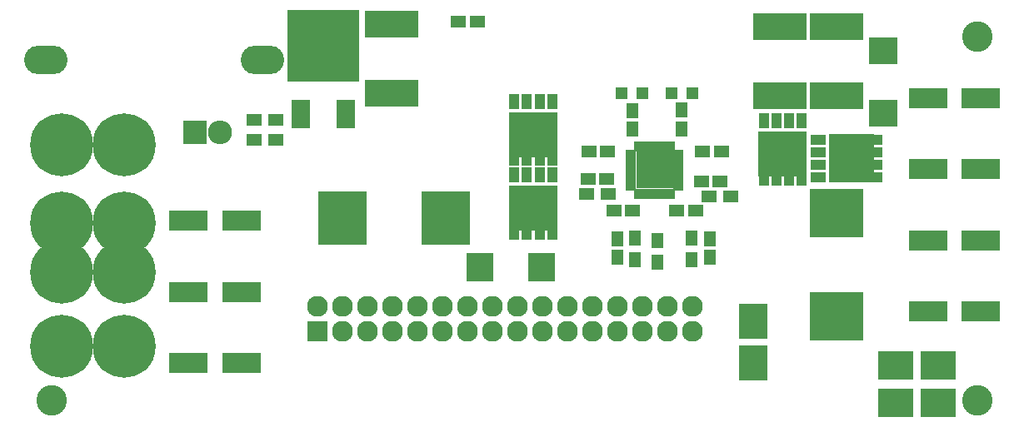
<source format=gbr>
G04 #@! TF.FileFunction,Soldermask,Top*
%FSLAX46Y46*%
G04 Gerber Fmt 4.6, Leading zero omitted, Abs format (unit mm)*
G04 Created by KiCad (PCBNEW 4.0.5+dfsg1-4) date Mon Feb 19 23:39:44 2018*
%MOMM*%
%LPD*%
G01*
G04 APERTURE LIST*
%ADD10C,0.100000*%
%ADD11R,2.432000X2.432000*%
%ADD12O,2.432000X2.432000*%
%ADD13O,4.400500X2.899360*%
%ADD14C,3.100000*%
%ADD15R,2.127200X2.127200*%
%ADD16O,2.127200X2.127200*%
%ADD17R,1.901140X2.899360*%
%ADD18R,7.400240X7.400240*%
%ADD19R,1.600000X1.300000*%
%ADD20C,6.399480*%
%ADD21R,5.400000X2.800000*%
%ADD22R,1.600000X1.150000*%
%ADD23R,1.150000X1.600000*%
%ADD24R,3.900000X2.000000*%
%ADD25R,3.600000X2.900000*%
%ADD26R,2.900000X3.600000*%
%ADD27R,1.200000X1.300000*%
%ADD28R,5.400000X4.900000*%
%ADD29R,4.900000X5.400000*%
%ADD30R,1.100000X1.600000*%
%ADD31R,4.900000X4.690000*%
%ADD32R,1.950000X2.000000*%
%ADD33R,1.950000X1.600000*%
%ADD34R,1.600000X1.100000*%
%ADD35R,4.690000X4.900000*%
%ADD36R,2.000000X1.950000*%
%ADD37R,1.600000X1.950000*%
%ADD38R,1.300000X1.600000*%
%ADD39R,2.900000X2.800000*%
%ADD40R,2.800000X2.900000*%
%ADD41R,1.100000X0.650000*%
%ADD42R,0.650000X1.100000*%
%ADD43R,2.125000X2.125000*%
G04 APERTURE END LIST*
D10*
D11*
X106500000Y-110750000D03*
D12*
X109040000Y-110750000D03*
D13*
X113401480Y-103400000D03*
X91400000Y-103400000D03*
D14*
X186000000Y-101000000D03*
X186000000Y-138000000D03*
D15*
X119000000Y-131000000D03*
D16*
X119000000Y-128460000D03*
X121540000Y-131000000D03*
X121540000Y-128460000D03*
X124080000Y-131000000D03*
X124080000Y-128460000D03*
X126620000Y-131000000D03*
X126620000Y-128460000D03*
X129160000Y-131000000D03*
X129160000Y-128460000D03*
X131700000Y-131000000D03*
X131700000Y-128460000D03*
X134240000Y-131000000D03*
X134240000Y-128460000D03*
X136780000Y-131000000D03*
X136780000Y-128460000D03*
X139320000Y-131000000D03*
X139320000Y-128460000D03*
X141860000Y-131000000D03*
X141860000Y-128460000D03*
X144400000Y-131000000D03*
X144400000Y-128460000D03*
X146940000Y-131000000D03*
X146940000Y-128460000D03*
X149480000Y-131000000D03*
X149480000Y-128460000D03*
X152020000Y-131000000D03*
X152020000Y-128460000D03*
X154560000Y-131000000D03*
X154560000Y-128460000D03*
X157100000Y-131000000D03*
X157100000Y-128460000D03*
D17*
X117274840Y-108898640D03*
X121826520Y-108898640D03*
D18*
X119550680Y-102000000D03*
D19*
X112550000Y-109500000D03*
X114750000Y-109500000D03*
X114750000Y-111500000D03*
X112550000Y-111500000D03*
D14*
X92000000Y-138000000D03*
D20*
X99350000Y-112000000D03*
X93000000Y-112000000D03*
X99350000Y-120000000D03*
X93000000Y-120000000D03*
X99350000Y-125000000D03*
X93000000Y-125000000D03*
X99350000Y-132500000D03*
X93000000Y-132500000D03*
D21*
X126500000Y-106750000D03*
X126500000Y-99750000D03*
X171750000Y-107000000D03*
X171750000Y-100000000D03*
X166000000Y-107000000D03*
X166000000Y-100000000D03*
D22*
X135200000Y-99500000D03*
X133300000Y-99500000D03*
X157400000Y-118750000D03*
X155500000Y-118750000D03*
X158000000Y-115750000D03*
X159900000Y-115750000D03*
D23*
X158850000Y-121600000D03*
X158850000Y-123500000D03*
D22*
X158100000Y-112750000D03*
X160000000Y-112750000D03*
D23*
X156000000Y-110400000D03*
X156000000Y-108500000D03*
D22*
X149100000Y-118750000D03*
X151000000Y-118750000D03*
X148400000Y-115500000D03*
X146500000Y-115500000D03*
D23*
X149500000Y-121600000D03*
X149500000Y-123500000D03*
D24*
X181000000Y-129000000D03*
X186400000Y-129000000D03*
X181000000Y-114500000D03*
X186400000Y-114500000D03*
X181000000Y-107250000D03*
X186400000Y-107250000D03*
X181000000Y-121750000D03*
X186400000Y-121750000D03*
D25*
X177750000Y-134500000D03*
X182050000Y-134500000D03*
X177750000Y-138250000D03*
X182050000Y-138250000D03*
D22*
X148450000Y-112750000D03*
X146550000Y-112750000D03*
D26*
X163250000Y-134250000D03*
X163250000Y-129950000D03*
D23*
X151000000Y-108550000D03*
X151000000Y-110450000D03*
D24*
X111250000Y-127000000D03*
X105850000Y-127000000D03*
X111250000Y-119750000D03*
X105850000Y-119750000D03*
X111250000Y-134250000D03*
X105850000Y-134250000D03*
D27*
X154950000Y-106750000D03*
X157050000Y-106750000D03*
X152000000Y-106750000D03*
X149900000Y-106750000D03*
D28*
X171750000Y-119000000D03*
X171750000Y-129500000D03*
D29*
X132000000Y-119500000D03*
X121500000Y-119500000D03*
D30*
X168160000Y-109600000D03*
X166890000Y-109600000D03*
X165610000Y-109600000D03*
X164340000Y-109600000D03*
X164340000Y-115400000D03*
X165610000Y-115400000D03*
X166890000Y-115400000D03*
X168160000Y-115400000D03*
D31*
X166250000Y-113000000D03*
D32*
X167340000Y-113750000D03*
X165160000Y-113750000D03*
D33*
X167340000Y-111750000D03*
X165160000Y-111750000D03*
D34*
X169850000Y-111500000D03*
X169850000Y-112770000D03*
X169850000Y-114050000D03*
X169850000Y-115320000D03*
X175650000Y-115320000D03*
X175650000Y-114050000D03*
X175650000Y-112770000D03*
X175650000Y-111500000D03*
D35*
X173250000Y-113410000D03*
D36*
X174000000Y-112320000D03*
X174000000Y-114500000D03*
D37*
X172000000Y-112320000D03*
X172000000Y-114500000D03*
D30*
X142820000Y-107600000D03*
X141550000Y-107600000D03*
X140270000Y-107600000D03*
X139000000Y-107600000D03*
X139000000Y-113400000D03*
X140270000Y-113400000D03*
X141550000Y-113400000D03*
X142820000Y-113400000D03*
D31*
X140910000Y-111000000D03*
D32*
X142000000Y-111750000D03*
X139820000Y-111750000D03*
D33*
X142000000Y-109750000D03*
X139820000Y-109750000D03*
D30*
X142820000Y-115100000D03*
X141550000Y-115100000D03*
X140270000Y-115100000D03*
X139000000Y-115100000D03*
X139000000Y-120900000D03*
X140270000Y-120900000D03*
X141550000Y-120900000D03*
X142820000Y-120900000D03*
D31*
X140910000Y-118500000D03*
D32*
X142000000Y-119250000D03*
X139820000Y-119250000D03*
D33*
X142000000Y-117250000D03*
X139820000Y-117250000D03*
D38*
X153500000Y-121800000D03*
X153500000Y-124000000D03*
X157000000Y-123750000D03*
X157000000Y-121550000D03*
D19*
X160950000Y-117250000D03*
X158750000Y-117250000D03*
D39*
X176500000Y-108800000D03*
X176500000Y-102500000D03*
D38*
X151250000Y-123700000D03*
X151250000Y-121500000D03*
D19*
X148500000Y-117000000D03*
X146300000Y-117000000D03*
D40*
X141750000Y-124500000D03*
X135450000Y-124500000D03*
D41*
X150850000Y-112850000D03*
X150850000Y-113350000D03*
X150850000Y-113850000D03*
X150850000Y-114350000D03*
X150850000Y-114850000D03*
X150850000Y-115350000D03*
X150850000Y-115850000D03*
X150850000Y-116350000D03*
D42*
X151500000Y-117000000D03*
X152000000Y-117000000D03*
X152500000Y-117000000D03*
X153000000Y-117000000D03*
X153500000Y-117000000D03*
X154000000Y-117000000D03*
X154500000Y-117000000D03*
X155000000Y-117000000D03*
D41*
X155650000Y-116350000D03*
X155650000Y-115850000D03*
X155650000Y-115350000D03*
X155650000Y-114850000D03*
X155650000Y-114350000D03*
X155650000Y-113850000D03*
X155650000Y-113350000D03*
X155650000Y-112850000D03*
D42*
X155000000Y-112200000D03*
X154500000Y-112200000D03*
X154000000Y-112200000D03*
X153500000Y-112200000D03*
X153000000Y-112200000D03*
X152500000Y-112200000D03*
X152000000Y-112200000D03*
X151500000Y-112200000D03*
D43*
X154112500Y-115462500D03*
X154112500Y-113737500D03*
X152387500Y-115462500D03*
X152387500Y-113737500D03*
M02*

</source>
